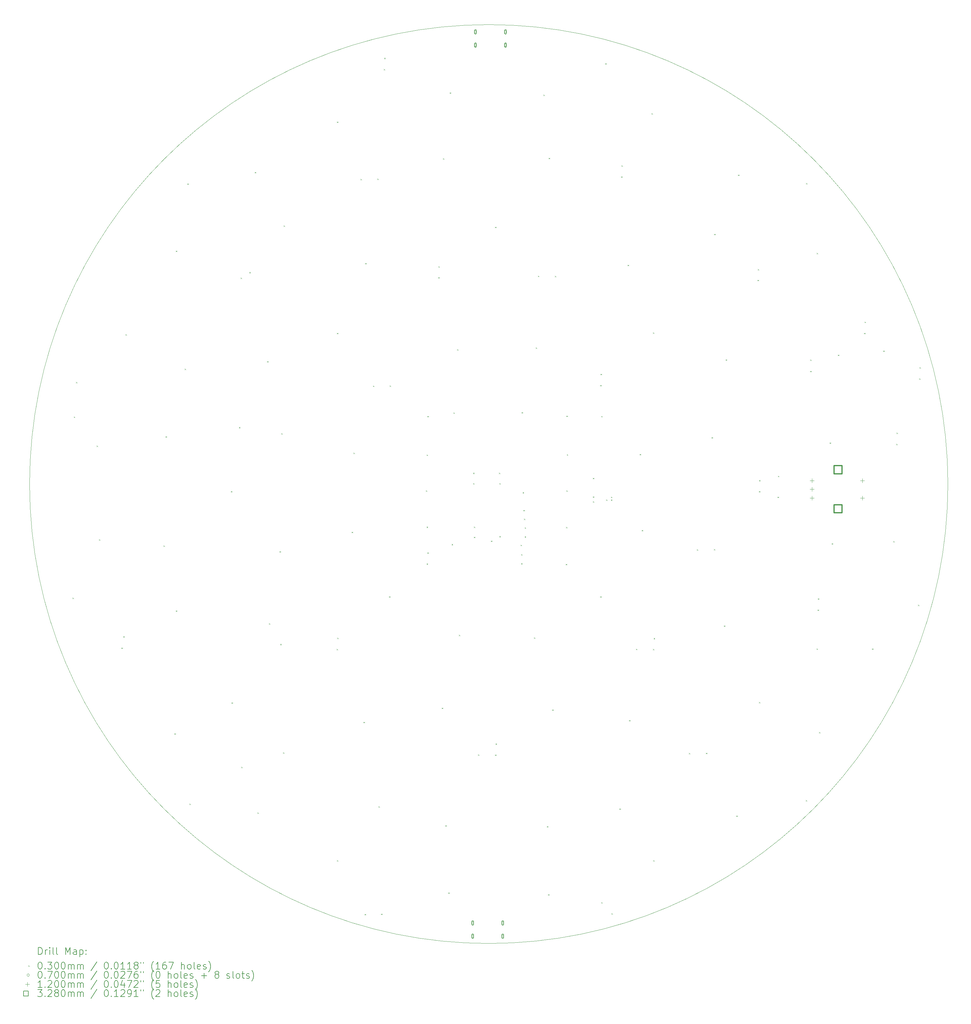
<source format=gbr>
%FSLAX45Y45*%
G04 Gerber Fmt 4.5, Leading zero omitted, Abs format (unit mm)*
G04 Created by KiCad (PCBNEW (6.0.4)) date 2022-09-10 17:39:35*
%MOMM*%
%LPD*%
G01*
G04 APERTURE LIST*
%TA.AperFunction,Profile*%
%ADD10C,0.100000*%
%TD*%
%ADD11C,0.200000*%
%ADD12C,0.030000*%
%ADD13C,0.070000*%
%ADD14C,0.120000*%
%ADD15C,0.328000*%
G04 APERTURE END LIST*
D10*
X25990000Y-12640000D02*
G75*
G03*
X25990000Y-12640000I-13200000J0D01*
G01*
D11*
D12*
X821900Y-15905700D02*
X851900Y-15935700D01*
X851900Y-15905700D02*
X821900Y-15935700D01*
X860870Y-10703570D02*
X890870Y-10733570D01*
X890870Y-10703570D02*
X860870Y-10733570D01*
X923500Y-9708100D02*
X953500Y-9738100D01*
X953500Y-9708100D02*
X923500Y-9738100D01*
X1520400Y-11536900D02*
X1550400Y-11566900D01*
X1550400Y-11536900D02*
X1520400Y-11566900D01*
X1583900Y-14229300D02*
X1613900Y-14259300D01*
X1613900Y-14229300D02*
X1583900Y-14259300D01*
X2231600Y-17340800D02*
X2261600Y-17370800D01*
X2261600Y-17340800D02*
X2231600Y-17370800D01*
X2285000Y-17015000D02*
X2315000Y-17045000D01*
X2315000Y-17015000D02*
X2285000Y-17045000D01*
X2345900Y-8336500D02*
X2375900Y-8366500D01*
X2375900Y-8336500D02*
X2345900Y-8366500D01*
X3438100Y-14407100D02*
X3468100Y-14437100D01*
X3468100Y-14407100D02*
X3438100Y-14437100D01*
X3501600Y-11270200D02*
X3531600Y-11300200D01*
X3531600Y-11270200D02*
X3501600Y-11300200D01*
X3755600Y-19804600D02*
X3785600Y-19834600D01*
X3785600Y-19804600D02*
X3755600Y-19834600D01*
X3793700Y-5936200D02*
X3823700Y-5966200D01*
X3823700Y-5936200D02*
X3793700Y-5966200D01*
X3793700Y-16274000D02*
X3823700Y-16304000D01*
X3823700Y-16274000D02*
X3793700Y-16304000D01*
X4047700Y-9327100D02*
X4077700Y-9357100D01*
X4077700Y-9327100D02*
X4047700Y-9357100D01*
X4123900Y-4005800D02*
X4153900Y-4035800D01*
X4153900Y-4005800D02*
X4123900Y-4035800D01*
X4187400Y-21823900D02*
X4217400Y-21853900D01*
X4217400Y-21823900D02*
X4187400Y-21853900D01*
X5381200Y-12845000D02*
X5411200Y-12875000D01*
X5411200Y-12845000D02*
X5381200Y-12875000D01*
X5393900Y-18915600D02*
X5423900Y-18945600D01*
X5423900Y-18915600D02*
X5393900Y-18945600D01*
X5610630Y-11000430D02*
X5640630Y-11030430D01*
X5640630Y-11000430D02*
X5610630Y-11030430D01*
X5660600Y-6710900D02*
X5690600Y-6740900D01*
X5690600Y-6710900D02*
X5660600Y-6740900D01*
X5675000Y-20765000D02*
X5705000Y-20795000D01*
X5705000Y-20765000D02*
X5675000Y-20795000D01*
X5907490Y-6547530D02*
X5937490Y-6577530D01*
X5937490Y-6547530D02*
X5907490Y-6577530D01*
X6067000Y-3675600D02*
X6097000Y-3705600D01*
X6097000Y-3675600D02*
X6067000Y-3705600D01*
X6143200Y-22077900D02*
X6173200Y-22107900D01*
X6173200Y-22077900D02*
X6143200Y-22107900D01*
X6422600Y-9111200D02*
X6452600Y-9141200D01*
X6452600Y-9111200D02*
X6422600Y-9141200D01*
X6473400Y-16642300D02*
X6503400Y-16672300D01*
X6503400Y-16642300D02*
X6473400Y-16672300D01*
X6778200Y-14572200D02*
X6808200Y-14602200D01*
X6808200Y-14572200D02*
X6778200Y-14602200D01*
X6798070Y-17234490D02*
X6828070Y-17264490D01*
X6828070Y-17234490D02*
X6798070Y-17264490D01*
X6829000Y-11181300D02*
X6859000Y-11211300D01*
X6859000Y-11181300D02*
X6829000Y-11211300D01*
X6879800Y-20350700D02*
X6909800Y-20380700D01*
X6909800Y-20350700D02*
X6879800Y-20380700D01*
X6892500Y-5212300D02*
X6922500Y-5242300D01*
X6922500Y-5212300D02*
X6892500Y-5242300D01*
X8416500Y-17378900D02*
X8446500Y-17408900D01*
X8446500Y-17378900D02*
X8416500Y-17408900D01*
X8429200Y-2227800D02*
X8459200Y-2257800D01*
X8459200Y-2227800D02*
X8429200Y-2257800D01*
X8429200Y-8298400D02*
X8459200Y-8328400D01*
X8459200Y-8298400D02*
X8429200Y-8328400D01*
X8429200Y-23449500D02*
X8459200Y-23479500D01*
X8459200Y-23449500D02*
X8429200Y-23479500D01*
X8435000Y-17055000D02*
X8465000Y-17085000D01*
X8465000Y-17055000D02*
X8435000Y-17085000D01*
X8848300Y-14013400D02*
X8878300Y-14043400D01*
X8878300Y-14013400D02*
X8848300Y-14043400D01*
X8899100Y-11740100D02*
X8929100Y-11770100D01*
X8929100Y-11740100D02*
X8899100Y-11770100D01*
X9105000Y-3875000D02*
X9135000Y-3905000D01*
X9135000Y-3875000D02*
X9105000Y-3905000D01*
X9191200Y-19474400D02*
X9221200Y-19504400D01*
X9221200Y-19474400D02*
X9191200Y-19504400D01*
X9225000Y-24995000D02*
X9255000Y-25025000D01*
X9255000Y-24995000D02*
X9225000Y-25025000D01*
X9242000Y-6291800D02*
X9272000Y-6321800D01*
X9272000Y-6291800D02*
X9242000Y-6321800D01*
X9465000Y-9815000D02*
X9495000Y-9845000D01*
X9495000Y-9815000D02*
X9465000Y-9845000D01*
X9584900Y-3866100D02*
X9614900Y-3896100D01*
X9614900Y-3866100D02*
X9584900Y-3896100D01*
X9623000Y-21900100D02*
X9653000Y-21930100D01*
X9653000Y-21900100D02*
X9623000Y-21930100D01*
X9699200Y-24986200D02*
X9729200Y-25016200D01*
X9729200Y-24986200D02*
X9699200Y-25016200D01*
X9775400Y-716500D02*
X9805400Y-746500D01*
X9805400Y-716500D02*
X9775400Y-746500D01*
X9785000Y-395000D02*
X9815000Y-425000D01*
X9815000Y-395000D02*
X9785000Y-425000D01*
X9927800Y-15867600D02*
X9957800Y-15897600D01*
X9957800Y-15867600D02*
X9927800Y-15897600D01*
X9940500Y-9809700D02*
X9970500Y-9839700D01*
X9970500Y-9809700D02*
X9940500Y-9839700D01*
X10985000Y-12825000D02*
X11015000Y-12855000D01*
X11015000Y-12825000D02*
X10985000Y-12855000D01*
X11005000Y-11795000D02*
X11035000Y-11825000D01*
X11035000Y-11795000D02*
X11005000Y-11825000D01*
X11005000Y-13865000D02*
X11035000Y-13895000D01*
X11035000Y-13865000D02*
X11005000Y-13895000D01*
X11005000Y-14925000D02*
X11035000Y-14955000D01*
X11035000Y-14925000D02*
X11005000Y-14955000D01*
X11025000Y-10685000D02*
X11055000Y-10715000D01*
X11055000Y-10685000D02*
X11025000Y-10715000D01*
X11025000Y-14605000D02*
X11055000Y-14635000D01*
X11055000Y-14605000D02*
X11025000Y-14635000D01*
X11337500Y-6698200D02*
X11367500Y-6728200D01*
X11367500Y-6698200D02*
X11337500Y-6728200D01*
X11345000Y-6385000D02*
X11375000Y-6415000D01*
X11375000Y-6385000D02*
X11345000Y-6415000D01*
X11439100Y-19068000D02*
X11469100Y-19098000D01*
X11469100Y-19068000D02*
X11439100Y-19098000D01*
X11477200Y-3281900D02*
X11507200Y-3311900D01*
X11507200Y-3281900D02*
X11477200Y-3311900D01*
X11540700Y-22446200D02*
X11570700Y-22476200D01*
X11570700Y-22446200D02*
X11540700Y-22476200D01*
X11629600Y-24376600D02*
X11659600Y-24406600D01*
X11659600Y-24376600D02*
X11629600Y-24406600D01*
X11667700Y-1389600D02*
X11697700Y-1419600D01*
X11697700Y-1389600D02*
X11667700Y-1419600D01*
X11725000Y-14365000D02*
X11755000Y-14395000D01*
X11755000Y-14365000D02*
X11725000Y-14395000D01*
X11775000Y-10585000D02*
X11805000Y-10615000D01*
X11805000Y-10585000D02*
X11775000Y-10615000D01*
X11883600Y-8768300D02*
X11913600Y-8798300D01*
X11913600Y-8768300D02*
X11883600Y-8798300D01*
X11934400Y-16972500D02*
X11964400Y-17002500D01*
X11964400Y-16972500D02*
X11934400Y-17002500D01*
X12345000Y-12315000D02*
X12375000Y-12345000D01*
X12375000Y-12315000D02*
X12345000Y-12345000D01*
X12345000Y-12615000D02*
X12375000Y-12645000D01*
X12375000Y-12615000D02*
X12345000Y-12645000D01*
X12365000Y-13865000D02*
X12395000Y-13895000D01*
X12395000Y-13865000D02*
X12365000Y-13895000D01*
X12365000Y-14155000D02*
X12395000Y-14185000D01*
X12395000Y-14155000D02*
X12365000Y-14185000D01*
X12485000Y-20407860D02*
X12515000Y-20437860D01*
X12515000Y-20407860D02*
X12485000Y-20437860D01*
X12855000Y-14265000D02*
X12885000Y-14295000D01*
X12885000Y-14265000D02*
X12855000Y-14295000D01*
X12975800Y-5250400D02*
X13005800Y-5280400D01*
X13005800Y-5250400D02*
X12975800Y-5280400D01*
X12975800Y-20414200D02*
X13005800Y-20444200D01*
X13005800Y-20414200D02*
X12975800Y-20444200D01*
X12985000Y-20095000D02*
X13015000Y-20125000D01*
X13015000Y-20095000D02*
X12985000Y-20125000D01*
X13085000Y-12315000D02*
X13115000Y-12345000D01*
X13115000Y-12315000D02*
X13085000Y-12345000D01*
X13095000Y-12615000D02*
X13125000Y-12645000D01*
X13125000Y-12615000D02*
X13095000Y-12645000D01*
X13095000Y-14135000D02*
X13125000Y-14165000D01*
X13125000Y-14135000D02*
X13095000Y-14165000D01*
X13705000Y-14385000D02*
X13735000Y-14415000D01*
X13735000Y-14385000D02*
X13705000Y-14415000D01*
X13725000Y-14655000D02*
X13755000Y-14685000D01*
X13755000Y-14655000D02*
X13725000Y-14685000D01*
X13725000Y-14915000D02*
X13755000Y-14945000D01*
X13755000Y-14915000D02*
X13725000Y-14945000D01*
X13735000Y-10575000D02*
X13765000Y-10605000D01*
X13765000Y-10575000D02*
X13735000Y-10605000D01*
X13765000Y-12875000D02*
X13795000Y-12905000D01*
X13795000Y-12875000D02*
X13765000Y-12905000D01*
X13785000Y-13385000D02*
X13815000Y-13415000D01*
X13815000Y-13385000D02*
X13785000Y-13415000D01*
X13805000Y-13635000D02*
X13835000Y-13665000D01*
X13835000Y-13635000D02*
X13805000Y-13665000D01*
X13825000Y-13885000D02*
X13855000Y-13915000D01*
X13855000Y-13885000D02*
X13825000Y-13915000D01*
X13825000Y-14145000D02*
X13855000Y-14175000D01*
X13855000Y-14145000D02*
X13825000Y-14175000D01*
X14093400Y-17048700D02*
X14123400Y-17078700D01*
X14123400Y-17048700D02*
X14093400Y-17078700D01*
X14144200Y-8717500D02*
X14174200Y-8747500D01*
X14174200Y-8717500D02*
X14144200Y-8747500D01*
X14205000Y-6655000D02*
X14235000Y-6685000D01*
X14235000Y-6655000D02*
X14205000Y-6685000D01*
X14360100Y-1453100D02*
X14390100Y-1483100D01*
X14390100Y-1453100D02*
X14360100Y-1483100D01*
X14461700Y-22471600D02*
X14491700Y-22501600D01*
X14491700Y-22471600D02*
X14461700Y-22501600D01*
X14499800Y-24427400D02*
X14529800Y-24457400D01*
X14529800Y-24427400D02*
X14499800Y-24457400D01*
X14512500Y-3269200D02*
X14542500Y-3299200D01*
X14542500Y-3269200D02*
X14512500Y-3299200D01*
X14614100Y-19118800D02*
X14644100Y-19148800D01*
X14644100Y-19118800D02*
X14614100Y-19148800D01*
X14690300Y-6660100D02*
X14720300Y-6690100D01*
X14720300Y-6660100D02*
X14690300Y-6690100D01*
X15005000Y-14935000D02*
X15035000Y-14965000D01*
X15035000Y-14935000D02*
X15005000Y-14965000D01*
X15015000Y-13875000D02*
X15045000Y-13905000D01*
X15045000Y-13875000D02*
X15015000Y-13905000D01*
X15025000Y-10675000D02*
X15055000Y-10705000D01*
X15055000Y-10675000D02*
X15025000Y-10705000D01*
X15025000Y-12825000D02*
X15055000Y-12855000D01*
X15055000Y-12825000D02*
X15025000Y-12855000D01*
X15035000Y-11785000D02*
X15065000Y-11815000D01*
X15065000Y-11785000D02*
X15035000Y-11815000D01*
X15785000Y-12465000D02*
X15815000Y-12495000D01*
X15815000Y-12465000D02*
X15785000Y-12495000D01*
X15785000Y-12995000D02*
X15815000Y-13025000D01*
X15815000Y-12995000D02*
X15785000Y-13025000D01*
X15785000Y-13135000D02*
X15815000Y-13165000D01*
X15815000Y-13135000D02*
X15785000Y-13165000D01*
X15998400Y-9797000D02*
X16028400Y-9827000D01*
X16028400Y-9797000D02*
X15998400Y-9827000D01*
X15998400Y-15867600D02*
X16028400Y-15897600D01*
X16028400Y-15867600D02*
X15998400Y-15897600D01*
X16005000Y-9475000D02*
X16035000Y-9505000D01*
X16035000Y-9475000D02*
X16005000Y-9505000D01*
X16025000Y-10685000D02*
X16055000Y-10715000D01*
X16055000Y-10685000D02*
X16025000Y-10715000D01*
X16027530Y-24655990D02*
X16057530Y-24685990D01*
X16057530Y-24655990D02*
X16027530Y-24685990D01*
X16138100Y-551400D02*
X16168100Y-581400D01*
X16168100Y-551400D02*
X16138100Y-581400D01*
X16165000Y-13085000D02*
X16195000Y-13115000D01*
X16195000Y-13085000D02*
X16165000Y-13115000D01*
X16305000Y-13005000D02*
X16335000Y-13035000D01*
X16335000Y-13005000D02*
X16305000Y-13035000D01*
X16305000Y-13085000D02*
X16335000Y-13115000D01*
X16335000Y-13085000D02*
X16305000Y-13115000D01*
X16315900Y-24973500D02*
X16345900Y-25003500D01*
X16345900Y-24973500D02*
X16315900Y-25003500D01*
X16544500Y-21963600D02*
X16574500Y-21993600D01*
X16574500Y-21963600D02*
X16544500Y-21993600D01*
X16595300Y-3802600D02*
X16625300Y-3832600D01*
X16625300Y-3802600D02*
X16595300Y-3832600D01*
X16605000Y-3485000D02*
X16635000Y-3515000D01*
X16635000Y-3485000D02*
X16605000Y-3515000D01*
X16785800Y-6342600D02*
X16815800Y-6372600D01*
X16815800Y-6342600D02*
X16785800Y-6372600D01*
X16823900Y-19423600D02*
X16853900Y-19453600D01*
X16853900Y-19423600D02*
X16823900Y-19453600D01*
X17025000Y-17375000D02*
X17055000Y-17405000D01*
X17055000Y-17375000D02*
X17025000Y-17405000D01*
X17128700Y-11778200D02*
X17158700Y-11808200D01*
X17158700Y-11778200D02*
X17128700Y-11808200D01*
X17192200Y-13962600D02*
X17222200Y-13992600D01*
X17222200Y-13962600D02*
X17192200Y-13992600D01*
X17471600Y-1986500D02*
X17501600Y-2016500D01*
X17501600Y-1986500D02*
X17471600Y-2016500D01*
X17509700Y-8285700D02*
X17539700Y-8315700D01*
X17539700Y-8285700D02*
X17509700Y-8315700D01*
X17509700Y-17378900D02*
X17539700Y-17408900D01*
X17539700Y-17378900D02*
X17509700Y-17408900D01*
X17522400Y-23449500D02*
X17552400Y-23479500D01*
X17552400Y-23449500D02*
X17522400Y-23479500D01*
X17535000Y-17065000D02*
X17565000Y-17095000D01*
X17565000Y-17065000D02*
X17535000Y-17095000D01*
X18545000Y-20365000D02*
X18575000Y-20395000D01*
X18575000Y-20365000D02*
X18545000Y-20395000D01*
X18775000Y-14515000D02*
X18805000Y-14545000D01*
X18805000Y-14515000D02*
X18775000Y-14545000D01*
X19033700Y-20363400D02*
X19063700Y-20393400D01*
X19063700Y-20363400D02*
X19033700Y-20393400D01*
X19198800Y-11295600D02*
X19228800Y-11325600D01*
X19228800Y-11295600D02*
X19198800Y-11325600D01*
X19262300Y-14508700D02*
X19292300Y-14538700D01*
X19292300Y-14508700D02*
X19262300Y-14538700D01*
X19275000Y-5453600D02*
X19305000Y-5483600D01*
X19305000Y-5453600D02*
X19275000Y-5483600D01*
X19554400Y-16705800D02*
X19584400Y-16735800D01*
X19584400Y-16705800D02*
X19554400Y-16735800D01*
X19605200Y-9060400D02*
X19635200Y-9090400D01*
X19635200Y-9060400D02*
X19605200Y-9090400D01*
X19910000Y-22166800D02*
X19940000Y-22196800D01*
X19940000Y-22166800D02*
X19910000Y-22196800D01*
X19960800Y-3751800D02*
X19990800Y-3781800D01*
X19990800Y-3751800D02*
X19960800Y-3781800D01*
X20519600Y-6774400D02*
X20549600Y-6804400D01*
X20549600Y-6774400D02*
X20519600Y-6804400D01*
X20525000Y-6465000D02*
X20555000Y-6495000D01*
X20555000Y-6465000D02*
X20525000Y-6495000D01*
X20557700Y-12845000D02*
X20587700Y-12875000D01*
X20587700Y-12845000D02*
X20557700Y-12875000D01*
X20557700Y-18902900D02*
X20587700Y-18932900D01*
X20587700Y-18902900D02*
X20557700Y-18932900D01*
X20565000Y-12525000D02*
X20595000Y-12555000D01*
X20595000Y-12525000D02*
X20565000Y-12555000D01*
X21095000Y-13005000D02*
X21125000Y-13035000D01*
X21125000Y-13005000D02*
X21095000Y-13035000D01*
X21105000Y-12405000D02*
X21135000Y-12435000D01*
X21135000Y-12405000D02*
X21105000Y-12435000D01*
X21903900Y-21722300D02*
X21933900Y-21752300D01*
X21933900Y-21722300D02*
X21903900Y-21752300D01*
X21916600Y-3993100D02*
X21946600Y-4023100D01*
X21946600Y-3993100D02*
X21916600Y-4023100D01*
X22030900Y-9390600D02*
X22060900Y-9420600D01*
X22060900Y-9390600D02*
X22030900Y-9420600D01*
X22035000Y-9065000D02*
X22065000Y-9095000D01*
X22065000Y-9065000D02*
X22035000Y-9095000D01*
X22215000Y-17365000D02*
X22245000Y-17395000D01*
X22245000Y-17365000D02*
X22215000Y-17395000D01*
X22221400Y-5999700D02*
X22251400Y-6029700D01*
X22251400Y-5999700D02*
X22221400Y-6029700D01*
X22246800Y-16248600D02*
X22276800Y-16278600D01*
X22276800Y-16248600D02*
X22246800Y-16278600D01*
X22255000Y-15925000D02*
X22285000Y-15955000D01*
X22285000Y-15925000D02*
X22255000Y-15955000D01*
X22284900Y-19766500D02*
X22314900Y-19796500D01*
X22314900Y-19766500D02*
X22284900Y-19796500D01*
X22589700Y-11448000D02*
X22619700Y-11478000D01*
X22619700Y-11448000D02*
X22589700Y-11478000D01*
X22653200Y-14343600D02*
X22683200Y-14373600D01*
X22683200Y-14343600D02*
X22653200Y-14373600D01*
X22828510Y-8922410D02*
X22858510Y-8952410D01*
X22858510Y-8922410D02*
X22828510Y-8952410D01*
X23580300Y-8298400D02*
X23610300Y-8328400D01*
X23610300Y-8298400D02*
X23580300Y-8328400D01*
X23595000Y-7975000D02*
X23625000Y-8005000D01*
X23625000Y-7975000D02*
X23595000Y-8005000D01*
X23808900Y-17366200D02*
X23838900Y-17396200D01*
X23838900Y-17366200D02*
X23808900Y-17396200D01*
X24135000Y-8805000D02*
X24165000Y-8835000D01*
X24165000Y-8805000D02*
X24135000Y-8835000D01*
X24418500Y-14280100D02*
X24448500Y-14310100D01*
X24448500Y-14280100D02*
X24418500Y-14310100D01*
X24507400Y-11486100D02*
X24537400Y-11516100D01*
X24537400Y-11486100D02*
X24507400Y-11516100D01*
X24515000Y-11165000D02*
X24545000Y-11195000D01*
X24545000Y-11165000D02*
X24515000Y-11195000D01*
X25129700Y-16108900D02*
X25159700Y-16138900D01*
X25159700Y-16108900D02*
X25129700Y-16138900D01*
X25167800Y-9606500D02*
X25197800Y-9636500D01*
X25197800Y-9606500D02*
X25167800Y-9636500D01*
X25175000Y-9285000D02*
X25205000Y-9315000D01*
X25205000Y-9285000D02*
X25175000Y-9315000D01*
D13*
X12363000Y-25251200D02*
G75*
G03*
X12363000Y-25251200I-35000J0D01*
G01*
D11*
X12303000Y-25211200D02*
X12303000Y-25291200D01*
X12353000Y-25211200D02*
X12353000Y-25291200D01*
X12303000Y-25291200D02*
G75*
G03*
X12353000Y-25291200I25000J0D01*
G01*
X12353000Y-25211200D02*
G75*
G03*
X12303000Y-25211200I-25000J0D01*
G01*
D13*
X12363000Y-25631200D02*
G75*
G03*
X12363000Y-25631200I-35000J0D01*
G01*
D11*
X12303000Y-25591200D02*
X12303000Y-25671200D01*
X12353000Y-25591200D02*
X12353000Y-25671200D01*
X12303000Y-25671200D02*
G75*
G03*
X12353000Y-25671200I25000J0D01*
G01*
X12353000Y-25591200D02*
G75*
G03*
X12303000Y-25591200I-25000J0D01*
G01*
D13*
X12443000Y351200D02*
G75*
G03*
X12443000Y351200I-35000J0D01*
G01*
D11*
X12433000Y311200D02*
X12433000Y391200D01*
X12383000Y311200D02*
X12383000Y391200D01*
X12433000Y391200D02*
G75*
G03*
X12383000Y391200I-25000J0D01*
G01*
X12383000Y311200D02*
G75*
G03*
X12433000Y311200I25000J0D01*
G01*
D13*
X12443000Y-28800D02*
G75*
G03*
X12443000Y-28800I-35000J0D01*
G01*
D11*
X12433000Y-68800D02*
X12433000Y11200D01*
X12383000Y-68800D02*
X12383000Y11200D01*
X12433000Y11200D02*
G75*
G03*
X12383000Y11200I-25000J0D01*
G01*
X12383000Y-68800D02*
G75*
G03*
X12433000Y-68800I25000J0D01*
G01*
D13*
X13227000Y-25251200D02*
G75*
G03*
X13227000Y-25251200I-35000J0D01*
G01*
D11*
X13167000Y-25211200D02*
X13167000Y-25291200D01*
X13217000Y-25211200D02*
X13217000Y-25291200D01*
X13167000Y-25291200D02*
G75*
G03*
X13217000Y-25291200I25000J0D01*
G01*
X13217000Y-25211200D02*
G75*
G03*
X13167000Y-25211200I-25000J0D01*
G01*
D13*
X13227000Y-25631200D02*
G75*
G03*
X13227000Y-25631200I-35000J0D01*
G01*
D11*
X13167000Y-25591200D02*
X13167000Y-25671200D01*
X13217000Y-25591200D02*
X13217000Y-25671200D01*
X13167000Y-25671200D02*
G75*
G03*
X13217000Y-25671200I25000J0D01*
G01*
X13217000Y-25591200D02*
G75*
G03*
X13167000Y-25591200I-25000J0D01*
G01*
D13*
X13307000Y351200D02*
G75*
G03*
X13307000Y351200I-35000J0D01*
G01*
D11*
X13297000Y311200D02*
X13297000Y391200D01*
X13247000Y311200D02*
X13247000Y391200D01*
X13297000Y391200D02*
G75*
G03*
X13247000Y391200I-25000J0D01*
G01*
X13247000Y311200D02*
G75*
G03*
X13297000Y311200I25000J0D01*
G01*
D13*
X13307000Y-28800D02*
G75*
G03*
X13307000Y-28800I-35000J0D01*
G01*
D11*
X13297000Y-68800D02*
X13297000Y11200D01*
X13247000Y-68800D02*
X13247000Y11200D01*
X13297000Y11200D02*
G75*
G03*
X13247000Y11200I-25000J0D01*
G01*
X13247000Y-68800D02*
G75*
G03*
X13297000Y-68800I25000J0D01*
G01*
D14*
X22080000Y-12480000D02*
X22080000Y-12600000D01*
X22020000Y-12540000D02*
X22140000Y-12540000D01*
X22080000Y-12730000D02*
X22080000Y-12850000D01*
X22020000Y-12790000D02*
X22140000Y-12790000D01*
X22080000Y-12980000D02*
X22080000Y-13100000D01*
X22020000Y-13040000D02*
X22140000Y-13040000D01*
X23530000Y-12480000D02*
X23530000Y-12600000D01*
X23470000Y-12540000D02*
X23590000Y-12540000D01*
X23530000Y-12980000D02*
X23530000Y-13100000D01*
X23470000Y-13040000D02*
X23590000Y-13040000D01*
D15*
X22945967Y-12345967D02*
X22945967Y-12114033D01*
X22714033Y-12114033D01*
X22714033Y-12345967D01*
X22945967Y-12345967D01*
X22945967Y-13465967D02*
X22945967Y-13234033D01*
X22714033Y-13234033D01*
X22714033Y-13465967D01*
X22945967Y-13465967D01*
D11*
X-157381Y-26155476D02*
X-157381Y-25955476D01*
X-109762Y-25955476D01*
X-81190Y-25965000D01*
X-62143Y-25984048D01*
X-52619Y-26003095D01*
X-43095Y-26041190D01*
X-43095Y-26069762D01*
X-52619Y-26107857D01*
X-62143Y-26126905D01*
X-81190Y-26145952D01*
X-109762Y-26155476D01*
X-157381Y-26155476D01*
X42619Y-26155476D02*
X42619Y-26022143D01*
X42619Y-26060238D02*
X52143Y-26041190D01*
X61667Y-26031667D01*
X80714Y-26022143D01*
X99762Y-26022143D01*
X166429Y-26155476D02*
X166429Y-26022143D01*
X166429Y-25955476D02*
X156905Y-25965000D01*
X166429Y-25974524D01*
X175952Y-25965000D01*
X166429Y-25955476D01*
X166429Y-25974524D01*
X290238Y-26155476D02*
X271190Y-26145952D01*
X261667Y-26126905D01*
X261667Y-25955476D01*
X395000Y-26155476D02*
X375952Y-26145952D01*
X366428Y-26126905D01*
X366428Y-25955476D01*
X623571Y-26155476D02*
X623571Y-25955476D01*
X690238Y-26098333D01*
X756905Y-25955476D01*
X756905Y-26155476D01*
X937857Y-26155476D02*
X937857Y-26050714D01*
X928333Y-26031667D01*
X909286Y-26022143D01*
X871190Y-26022143D01*
X852143Y-26031667D01*
X937857Y-26145952D02*
X918809Y-26155476D01*
X871190Y-26155476D01*
X852143Y-26145952D01*
X842619Y-26126905D01*
X842619Y-26107857D01*
X852143Y-26088809D01*
X871190Y-26079286D01*
X918809Y-26079286D01*
X937857Y-26069762D01*
X1033095Y-26022143D02*
X1033095Y-26222143D01*
X1033095Y-26031667D02*
X1052143Y-26022143D01*
X1090238Y-26022143D01*
X1109286Y-26031667D01*
X1118810Y-26041190D01*
X1128333Y-26060238D01*
X1128333Y-26117381D01*
X1118810Y-26136428D01*
X1109286Y-26145952D01*
X1090238Y-26155476D01*
X1052143Y-26155476D01*
X1033095Y-26145952D01*
X1214048Y-26136428D02*
X1223571Y-26145952D01*
X1214048Y-26155476D01*
X1204524Y-26145952D01*
X1214048Y-26136428D01*
X1214048Y-26155476D01*
X1214048Y-26031667D02*
X1223571Y-26041190D01*
X1214048Y-26050714D01*
X1204524Y-26041190D01*
X1214048Y-26031667D01*
X1214048Y-26050714D01*
D12*
X-445000Y-26470000D02*
X-415000Y-26500000D01*
X-415000Y-26470000D02*
X-445000Y-26500000D01*
D11*
X-119286Y-26375476D02*
X-100238Y-26375476D01*
X-81190Y-26385000D01*
X-71667Y-26394524D01*
X-62143Y-26413571D01*
X-52619Y-26451667D01*
X-52619Y-26499286D01*
X-62143Y-26537381D01*
X-71667Y-26556428D01*
X-81190Y-26565952D01*
X-100238Y-26575476D01*
X-119286Y-26575476D01*
X-138333Y-26565952D01*
X-147857Y-26556428D01*
X-157381Y-26537381D01*
X-166905Y-26499286D01*
X-166905Y-26451667D01*
X-157381Y-26413571D01*
X-147857Y-26394524D01*
X-138333Y-26385000D01*
X-119286Y-26375476D01*
X33095Y-26556428D02*
X42619Y-26565952D01*
X33095Y-26575476D01*
X23571Y-26565952D01*
X33095Y-26556428D01*
X33095Y-26575476D01*
X109286Y-26375476D02*
X233095Y-26375476D01*
X166429Y-26451667D01*
X195000Y-26451667D01*
X214048Y-26461190D01*
X223571Y-26470714D01*
X233095Y-26489762D01*
X233095Y-26537381D01*
X223571Y-26556428D01*
X214048Y-26565952D01*
X195000Y-26575476D01*
X137857Y-26575476D01*
X118809Y-26565952D01*
X109286Y-26556428D01*
X356905Y-26375476D02*
X375952Y-26375476D01*
X395000Y-26385000D01*
X404524Y-26394524D01*
X414048Y-26413571D01*
X423571Y-26451667D01*
X423571Y-26499286D01*
X414048Y-26537381D01*
X404524Y-26556428D01*
X395000Y-26565952D01*
X375952Y-26575476D01*
X356905Y-26575476D01*
X337857Y-26565952D01*
X328333Y-26556428D01*
X318810Y-26537381D01*
X309286Y-26499286D01*
X309286Y-26451667D01*
X318810Y-26413571D01*
X328333Y-26394524D01*
X337857Y-26385000D01*
X356905Y-26375476D01*
X547381Y-26375476D02*
X566429Y-26375476D01*
X585476Y-26385000D01*
X595000Y-26394524D01*
X604524Y-26413571D01*
X614048Y-26451667D01*
X614048Y-26499286D01*
X604524Y-26537381D01*
X595000Y-26556428D01*
X585476Y-26565952D01*
X566429Y-26575476D01*
X547381Y-26575476D01*
X528333Y-26565952D01*
X518809Y-26556428D01*
X509286Y-26537381D01*
X499762Y-26499286D01*
X499762Y-26451667D01*
X509286Y-26413571D01*
X518809Y-26394524D01*
X528333Y-26385000D01*
X547381Y-26375476D01*
X699762Y-26575476D02*
X699762Y-26442143D01*
X699762Y-26461190D02*
X709286Y-26451667D01*
X728333Y-26442143D01*
X756905Y-26442143D01*
X775952Y-26451667D01*
X785476Y-26470714D01*
X785476Y-26575476D01*
X785476Y-26470714D02*
X795000Y-26451667D01*
X814048Y-26442143D01*
X842619Y-26442143D01*
X861667Y-26451667D01*
X871190Y-26470714D01*
X871190Y-26575476D01*
X966428Y-26575476D02*
X966428Y-26442143D01*
X966428Y-26461190D02*
X975952Y-26451667D01*
X995000Y-26442143D01*
X1023571Y-26442143D01*
X1042619Y-26451667D01*
X1052143Y-26470714D01*
X1052143Y-26575476D01*
X1052143Y-26470714D02*
X1061667Y-26451667D01*
X1080714Y-26442143D01*
X1109286Y-26442143D01*
X1128333Y-26451667D01*
X1137857Y-26470714D01*
X1137857Y-26575476D01*
X1528333Y-26365952D02*
X1356905Y-26623095D01*
X1785476Y-26375476D02*
X1804524Y-26375476D01*
X1823571Y-26385000D01*
X1833095Y-26394524D01*
X1842619Y-26413571D01*
X1852143Y-26451667D01*
X1852143Y-26499286D01*
X1842619Y-26537381D01*
X1833095Y-26556428D01*
X1823571Y-26565952D01*
X1804524Y-26575476D01*
X1785476Y-26575476D01*
X1766428Y-26565952D01*
X1756905Y-26556428D01*
X1747381Y-26537381D01*
X1737857Y-26499286D01*
X1737857Y-26451667D01*
X1747381Y-26413571D01*
X1756905Y-26394524D01*
X1766428Y-26385000D01*
X1785476Y-26375476D01*
X1937857Y-26556428D02*
X1947381Y-26565952D01*
X1937857Y-26575476D01*
X1928333Y-26565952D01*
X1937857Y-26556428D01*
X1937857Y-26575476D01*
X2071190Y-26375476D02*
X2090238Y-26375476D01*
X2109286Y-26385000D01*
X2118810Y-26394524D01*
X2128333Y-26413571D01*
X2137857Y-26451667D01*
X2137857Y-26499286D01*
X2128333Y-26537381D01*
X2118810Y-26556428D01*
X2109286Y-26565952D01*
X2090238Y-26575476D01*
X2071190Y-26575476D01*
X2052143Y-26565952D01*
X2042619Y-26556428D01*
X2033095Y-26537381D01*
X2023571Y-26499286D01*
X2023571Y-26451667D01*
X2033095Y-26413571D01*
X2042619Y-26394524D01*
X2052143Y-26385000D01*
X2071190Y-26375476D01*
X2328333Y-26575476D02*
X2214048Y-26575476D01*
X2271190Y-26575476D02*
X2271190Y-26375476D01*
X2252143Y-26404048D01*
X2233095Y-26423095D01*
X2214048Y-26432619D01*
X2518810Y-26575476D02*
X2404524Y-26575476D01*
X2461667Y-26575476D02*
X2461667Y-26375476D01*
X2442619Y-26404048D01*
X2423571Y-26423095D01*
X2404524Y-26432619D01*
X2633095Y-26461190D02*
X2614048Y-26451667D01*
X2604524Y-26442143D01*
X2595000Y-26423095D01*
X2595000Y-26413571D01*
X2604524Y-26394524D01*
X2614048Y-26385000D01*
X2633095Y-26375476D01*
X2671190Y-26375476D01*
X2690238Y-26385000D01*
X2699762Y-26394524D01*
X2709286Y-26413571D01*
X2709286Y-26423095D01*
X2699762Y-26442143D01*
X2690238Y-26451667D01*
X2671190Y-26461190D01*
X2633095Y-26461190D01*
X2614048Y-26470714D01*
X2604524Y-26480238D01*
X2595000Y-26499286D01*
X2595000Y-26537381D01*
X2604524Y-26556428D01*
X2614048Y-26565952D01*
X2633095Y-26575476D01*
X2671190Y-26575476D01*
X2690238Y-26565952D01*
X2699762Y-26556428D01*
X2709286Y-26537381D01*
X2709286Y-26499286D01*
X2699762Y-26480238D01*
X2690238Y-26470714D01*
X2671190Y-26461190D01*
X2785476Y-26375476D02*
X2785476Y-26413571D01*
X2861667Y-26375476D02*
X2861667Y-26413571D01*
X3156905Y-26651667D02*
X3147381Y-26642143D01*
X3128333Y-26613571D01*
X3118809Y-26594524D01*
X3109286Y-26565952D01*
X3099762Y-26518333D01*
X3099762Y-26480238D01*
X3109286Y-26432619D01*
X3118809Y-26404048D01*
X3128333Y-26385000D01*
X3147381Y-26356428D01*
X3156905Y-26346905D01*
X3337857Y-26575476D02*
X3223571Y-26575476D01*
X3280714Y-26575476D02*
X3280714Y-26375476D01*
X3261667Y-26404048D01*
X3242619Y-26423095D01*
X3223571Y-26432619D01*
X3509286Y-26375476D02*
X3471190Y-26375476D01*
X3452143Y-26385000D01*
X3442619Y-26394524D01*
X3423571Y-26423095D01*
X3414048Y-26461190D01*
X3414048Y-26537381D01*
X3423571Y-26556428D01*
X3433095Y-26565952D01*
X3452143Y-26575476D01*
X3490238Y-26575476D01*
X3509286Y-26565952D01*
X3518809Y-26556428D01*
X3528333Y-26537381D01*
X3528333Y-26489762D01*
X3518809Y-26470714D01*
X3509286Y-26461190D01*
X3490238Y-26451667D01*
X3452143Y-26451667D01*
X3433095Y-26461190D01*
X3423571Y-26470714D01*
X3414048Y-26489762D01*
X3595000Y-26375476D02*
X3728333Y-26375476D01*
X3642619Y-26575476D01*
X3956905Y-26575476D02*
X3956905Y-26375476D01*
X4042619Y-26575476D02*
X4042619Y-26470714D01*
X4033095Y-26451667D01*
X4014048Y-26442143D01*
X3985476Y-26442143D01*
X3966428Y-26451667D01*
X3956905Y-26461190D01*
X4166428Y-26575476D02*
X4147381Y-26565952D01*
X4137857Y-26556428D01*
X4128333Y-26537381D01*
X4128333Y-26480238D01*
X4137857Y-26461190D01*
X4147381Y-26451667D01*
X4166428Y-26442143D01*
X4195000Y-26442143D01*
X4214048Y-26451667D01*
X4223571Y-26461190D01*
X4233095Y-26480238D01*
X4233095Y-26537381D01*
X4223571Y-26556428D01*
X4214048Y-26565952D01*
X4195000Y-26575476D01*
X4166428Y-26575476D01*
X4347381Y-26575476D02*
X4328333Y-26565952D01*
X4318810Y-26546905D01*
X4318810Y-26375476D01*
X4499762Y-26565952D02*
X4480714Y-26575476D01*
X4442619Y-26575476D01*
X4423571Y-26565952D01*
X4414048Y-26546905D01*
X4414048Y-26470714D01*
X4423571Y-26451667D01*
X4442619Y-26442143D01*
X4480714Y-26442143D01*
X4499762Y-26451667D01*
X4509286Y-26470714D01*
X4509286Y-26489762D01*
X4414048Y-26508809D01*
X4585476Y-26565952D02*
X4604524Y-26575476D01*
X4642619Y-26575476D01*
X4661667Y-26565952D01*
X4671190Y-26546905D01*
X4671190Y-26537381D01*
X4661667Y-26518333D01*
X4642619Y-26508809D01*
X4614048Y-26508809D01*
X4595000Y-26499286D01*
X4585476Y-26480238D01*
X4585476Y-26470714D01*
X4595000Y-26451667D01*
X4614048Y-26442143D01*
X4642619Y-26442143D01*
X4661667Y-26451667D01*
X4737857Y-26651667D02*
X4747381Y-26642143D01*
X4766429Y-26613571D01*
X4775952Y-26594524D01*
X4785476Y-26565952D01*
X4795000Y-26518333D01*
X4795000Y-26480238D01*
X4785476Y-26432619D01*
X4775952Y-26404048D01*
X4766429Y-26385000D01*
X4747381Y-26356428D01*
X4737857Y-26346905D01*
D13*
X-415000Y-26749000D02*
G75*
G03*
X-415000Y-26749000I-35000J0D01*
G01*
D11*
X-119286Y-26639476D02*
X-100238Y-26639476D01*
X-81190Y-26649000D01*
X-71667Y-26658524D01*
X-62143Y-26677571D01*
X-52619Y-26715667D01*
X-52619Y-26763286D01*
X-62143Y-26801381D01*
X-71667Y-26820428D01*
X-81190Y-26829952D01*
X-100238Y-26839476D01*
X-119286Y-26839476D01*
X-138333Y-26829952D01*
X-147857Y-26820428D01*
X-157381Y-26801381D01*
X-166905Y-26763286D01*
X-166905Y-26715667D01*
X-157381Y-26677571D01*
X-147857Y-26658524D01*
X-138333Y-26649000D01*
X-119286Y-26639476D01*
X33095Y-26820428D02*
X42619Y-26829952D01*
X33095Y-26839476D01*
X23571Y-26829952D01*
X33095Y-26820428D01*
X33095Y-26839476D01*
X109286Y-26639476D02*
X242619Y-26639476D01*
X156905Y-26839476D01*
X356905Y-26639476D02*
X375952Y-26639476D01*
X395000Y-26649000D01*
X404524Y-26658524D01*
X414048Y-26677571D01*
X423571Y-26715667D01*
X423571Y-26763286D01*
X414048Y-26801381D01*
X404524Y-26820428D01*
X395000Y-26829952D01*
X375952Y-26839476D01*
X356905Y-26839476D01*
X337857Y-26829952D01*
X328333Y-26820428D01*
X318810Y-26801381D01*
X309286Y-26763286D01*
X309286Y-26715667D01*
X318810Y-26677571D01*
X328333Y-26658524D01*
X337857Y-26649000D01*
X356905Y-26639476D01*
X547381Y-26639476D02*
X566429Y-26639476D01*
X585476Y-26649000D01*
X595000Y-26658524D01*
X604524Y-26677571D01*
X614048Y-26715667D01*
X614048Y-26763286D01*
X604524Y-26801381D01*
X595000Y-26820428D01*
X585476Y-26829952D01*
X566429Y-26839476D01*
X547381Y-26839476D01*
X528333Y-26829952D01*
X518809Y-26820428D01*
X509286Y-26801381D01*
X499762Y-26763286D01*
X499762Y-26715667D01*
X509286Y-26677571D01*
X518809Y-26658524D01*
X528333Y-26649000D01*
X547381Y-26639476D01*
X699762Y-26839476D02*
X699762Y-26706143D01*
X699762Y-26725190D02*
X709286Y-26715667D01*
X728333Y-26706143D01*
X756905Y-26706143D01*
X775952Y-26715667D01*
X785476Y-26734714D01*
X785476Y-26839476D01*
X785476Y-26734714D02*
X795000Y-26715667D01*
X814048Y-26706143D01*
X842619Y-26706143D01*
X861667Y-26715667D01*
X871190Y-26734714D01*
X871190Y-26839476D01*
X966428Y-26839476D02*
X966428Y-26706143D01*
X966428Y-26725190D02*
X975952Y-26715667D01*
X995000Y-26706143D01*
X1023571Y-26706143D01*
X1042619Y-26715667D01*
X1052143Y-26734714D01*
X1052143Y-26839476D01*
X1052143Y-26734714D02*
X1061667Y-26715667D01*
X1080714Y-26706143D01*
X1109286Y-26706143D01*
X1128333Y-26715667D01*
X1137857Y-26734714D01*
X1137857Y-26839476D01*
X1528333Y-26629952D02*
X1356905Y-26887095D01*
X1785476Y-26639476D02*
X1804524Y-26639476D01*
X1823571Y-26649000D01*
X1833095Y-26658524D01*
X1842619Y-26677571D01*
X1852143Y-26715667D01*
X1852143Y-26763286D01*
X1842619Y-26801381D01*
X1833095Y-26820428D01*
X1823571Y-26829952D01*
X1804524Y-26839476D01*
X1785476Y-26839476D01*
X1766428Y-26829952D01*
X1756905Y-26820428D01*
X1747381Y-26801381D01*
X1737857Y-26763286D01*
X1737857Y-26715667D01*
X1747381Y-26677571D01*
X1756905Y-26658524D01*
X1766428Y-26649000D01*
X1785476Y-26639476D01*
X1937857Y-26820428D02*
X1947381Y-26829952D01*
X1937857Y-26839476D01*
X1928333Y-26829952D01*
X1937857Y-26820428D01*
X1937857Y-26839476D01*
X2071190Y-26639476D02*
X2090238Y-26639476D01*
X2109286Y-26649000D01*
X2118810Y-26658524D01*
X2128333Y-26677571D01*
X2137857Y-26715667D01*
X2137857Y-26763286D01*
X2128333Y-26801381D01*
X2118810Y-26820428D01*
X2109286Y-26829952D01*
X2090238Y-26839476D01*
X2071190Y-26839476D01*
X2052143Y-26829952D01*
X2042619Y-26820428D01*
X2033095Y-26801381D01*
X2023571Y-26763286D01*
X2023571Y-26715667D01*
X2033095Y-26677571D01*
X2042619Y-26658524D01*
X2052143Y-26649000D01*
X2071190Y-26639476D01*
X2214048Y-26658524D02*
X2223571Y-26649000D01*
X2242619Y-26639476D01*
X2290238Y-26639476D01*
X2309286Y-26649000D01*
X2318810Y-26658524D01*
X2328333Y-26677571D01*
X2328333Y-26696619D01*
X2318810Y-26725190D01*
X2204524Y-26839476D01*
X2328333Y-26839476D01*
X2395000Y-26639476D02*
X2528333Y-26639476D01*
X2442619Y-26839476D01*
X2690238Y-26639476D02*
X2652143Y-26639476D01*
X2633095Y-26649000D01*
X2623571Y-26658524D01*
X2604524Y-26687095D01*
X2595000Y-26725190D01*
X2595000Y-26801381D01*
X2604524Y-26820428D01*
X2614048Y-26829952D01*
X2633095Y-26839476D01*
X2671190Y-26839476D01*
X2690238Y-26829952D01*
X2699762Y-26820428D01*
X2709286Y-26801381D01*
X2709286Y-26753762D01*
X2699762Y-26734714D01*
X2690238Y-26725190D01*
X2671190Y-26715667D01*
X2633095Y-26715667D01*
X2614048Y-26725190D01*
X2604524Y-26734714D01*
X2595000Y-26753762D01*
X2785476Y-26639476D02*
X2785476Y-26677571D01*
X2861667Y-26639476D02*
X2861667Y-26677571D01*
X3156905Y-26915667D02*
X3147381Y-26906143D01*
X3128333Y-26877571D01*
X3118809Y-26858524D01*
X3109286Y-26829952D01*
X3099762Y-26782333D01*
X3099762Y-26744238D01*
X3109286Y-26696619D01*
X3118809Y-26668048D01*
X3128333Y-26649000D01*
X3147381Y-26620428D01*
X3156905Y-26610905D01*
X3271190Y-26639476D02*
X3290238Y-26639476D01*
X3309286Y-26649000D01*
X3318809Y-26658524D01*
X3328333Y-26677571D01*
X3337857Y-26715667D01*
X3337857Y-26763286D01*
X3328333Y-26801381D01*
X3318809Y-26820428D01*
X3309286Y-26829952D01*
X3290238Y-26839476D01*
X3271190Y-26839476D01*
X3252143Y-26829952D01*
X3242619Y-26820428D01*
X3233095Y-26801381D01*
X3223571Y-26763286D01*
X3223571Y-26715667D01*
X3233095Y-26677571D01*
X3242619Y-26658524D01*
X3252143Y-26649000D01*
X3271190Y-26639476D01*
X3575952Y-26839476D02*
X3575952Y-26639476D01*
X3661667Y-26839476D02*
X3661667Y-26734714D01*
X3652143Y-26715667D01*
X3633095Y-26706143D01*
X3604524Y-26706143D01*
X3585476Y-26715667D01*
X3575952Y-26725190D01*
X3785476Y-26839476D02*
X3766428Y-26829952D01*
X3756905Y-26820428D01*
X3747381Y-26801381D01*
X3747381Y-26744238D01*
X3756905Y-26725190D01*
X3766428Y-26715667D01*
X3785476Y-26706143D01*
X3814048Y-26706143D01*
X3833095Y-26715667D01*
X3842619Y-26725190D01*
X3852143Y-26744238D01*
X3852143Y-26801381D01*
X3842619Y-26820428D01*
X3833095Y-26829952D01*
X3814048Y-26839476D01*
X3785476Y-26839476D01*
X3966428Y-26839476D02*
X3947381Y-26829952D01*
X3937857Y-26810905D01*
X3937857Y-26639476D01*
X4118809Y-26829952D02*
X4099762Y-26839476D01*
X4061667Y-26839476D01*
X4042619Y-26829952D01*
X4033095Y-26810905D01*
X4033095Y-26734714D01*
X4042619Y-26715667D01*
X4061667Y-26706143D01*
X4099762Y-26706143D01*
X4118809Y-26715667D01*
X4128333Y-26734714D01*
X4128333Y-26753762D01*
X4033095Y-26772809D01*
X4204524Y-26829952D02*
X4223571Y-26839476D01*
X4261667Y-26839476D01*
X4280714Y-26829952D01*
X4290238Y-26810905D01*
X4290238Y-26801381D01*
X4280714Y-26782333D01*
X4261667Y-26772809D01*
X4233095Y-26772809D01*
X4214048Y-26763286D01*
X4204524Y-26744238D01*
X4204524Y-26734714D01*
X4214048Y-26715667D01*
X4233095Y-26706143D01*
X4261667Y-26706143D01*
X4280714Y-26715667D01*
X4528333Y-26763286D02*
X4680714Y-26763286D01*
X4604524Y-26839476D02*
X4604524Y-26687095D01*
X4956905Y-26725190D02*
X4937857Y-26715667D01*
X4928333Y-26706143D01*
X4918810Y-26687095D01*
X4918810Y-26677571D01*
X4928333Y-26658524D01*
X4937857Y-26649000D01*
X4956905Y-26639476D01*
X4995000Y-26639476D01*
X5014048Y-26649000D01*
X5023571Y-26658524D01*
X5033095Y-26677571D01*
X5033095Y-26687095D01*
X5023571Y-26706143D01*
X5014048Y-26715667D01*
X4995000Y-26725190D01*
X4956905Y-26725190D01*
X4937857Y-26734714D01*
X4928333Y-26744238D01*
X4918810Y-26763286D01*
X4918810Y-26801381D01*
X4928333Y-26820428D01*
X4937857Y-26829952D01*
X4956905Y-26839476D01*
X4995000Y-26839476D01*
X5014048Y-26829952D01*
X5023571Y-26820428D01*
X5033095Y-26801381D01*
X5033095Y-26763286D01*
X5023571Y-26744238D01*
X5014048Y-26734714D01*
X4995000Y-26725190D01*
X5261667Y-26829952D02*
X5280714Y-26839476D01*
X5318810Y-26839476D01*
X5337857Y-26829952D01*
X5347381Y-26810905D01*
X5347381Y-26801381D01*
X5337857Y-26782333D01*
X5318810Y-26772809D01*
X5290238Y-26772809D01*
X5271190Y-26763286D01*
X5261667Y-26744238D01*
X5261667Y-26734714D01*
X5271190Y-26715667D01*
X5290238Y-26706143D01*
X5318810Y-26706143D01*
X5337857Y-26715667D01*
X5461667Y-26839476D02*
X5442619Y-26829952D01*
X5433095Y-26810905D01*
X5433095Y-26639476D01*
X5566429Y-26839476D02*
X5547381Y-26829952D01*
X5537857Y-26820428D01*
X5528333Y-26801381D01*
X5528333Y-26744238D01*
X5537857Y-26725190D01*
X5547381Y-26715667D01*
X5566429Y-26706143D01*
X5595000Y-26706143D01*
X5614048Y-26715667D01*
X5623571Y-26725190D01*
X5633095Y-26744238D01*
X5633095Y-26801381D01*
X5623571Y-26820428D01*
X5614048Y-26829952D01*
X5595000Y-26839476D01*
X5566429Y-26839476D01*
X5690238Y-26706143D02*
X5766428Y-26706143D01*
X5718809Y-26639476D02*
X5718809Y-26810905D01*
X5728333Y-26829952D01*
X5747381Y-26839476D01*
X5766428Y-26839476D01*
X5823571Y-26829952D02*
X5842619Y-26839476D01*
X5880714Y-26839476D01*
X5899762Y-26829952D01*
X5909286Y-26810905D01*
X5909286Y-26801381D01*
X5899762Y-26782333D01*
X5880714Y-26772809D01*
X5852143Y-26772809D01*
X5833095Y-26763286D01*
X5823571Y-26744238D01*
X5823571Y-26734714D01*
X5833095Y-26715667D01*
X5852143Y-26706143D01*
X5880714Y-26706143D01*
X5899762Y-26715667D01*
X5975952Y-26915667D02*
X5985476Y-26906143D01*
X6004524Y-26877571D01*
X6014048Y-26858524D01*
X6023571Y-26829952D01*
X6033095Y-26782333D01*
X6033095Y-26744238D01*
X6023571Y-26696619D01*
X6014048Y-26668048D01*
X6004524Y-26649000D01*
X5985476Y-26620428D01*
X5975952Y-26610905D01*
D14*
X-475000Y-26953000D02*
X-475000Y-27073000D01*
X-535000Y-27013000D02*
X-415000Y-27013000D01*
D11*
X-52619Y-27103476D02*
X-166905Y-27103476D01*
X-109762Y-27103476D02*
X-109762Y-26903476D01*
X-128809Y-26932048D01*
X-147857Y-26951095D01*
X-166905Y-26960619D01*
X33095Y-27084428D02*
X42619Y-27093952D01*
X33095Y-27103476D01*
X23571Y-27093952D01*
X33095Y-27084428D01*
X33095Y-27103476D01*
X118809Y-26922524D02*
X128333Y-26913000D01*
X147381Y-26903476D01*
X195000Y-26903476D01*
X214048Y-26913000D01*
X223571Y-26922524D01*
X233095Y-26941571D01*
X233095Y-26960619D01*
X223571Y-26989190D01*
X109286Y-27103476D01*
X233095Y-27103476D01*
X356905Y-26903476D02*
X375952Y-26903476D01*
X395000Y-26913000D01*
X404524Y-26922524D01*
X414048Y-26941571D01*
X423571Y-26979667D01*
X423571Y-27027286D01*
X414048Y-27065381D01*
X404524Y-27084428D01*
X395000Y-27093952D01*
X375952Y-27103476D01*
X356905Y-27103476D01*
X337857Y-27093952D01*
X328333Y-27084428D01*
X318810Y-27065381D01*
X309286Y-27027286D01*
X309286Y-26979667D01*
X318810Y-26941571D01*
X328333Y-26922524D01*
X337857Y-26913000D01*
X356905Y-26903476D01*
X547381Y-26903476D02*
X566429Y-26903476D01*
X585476Y-26913000D01*
X595000Y-26922524D01*
X604524Y-26941571D01*
X614048Y-26979667D01*
X614048Y-27027286D01*
X604524Y-27065381D01*
X595000Y-27084428D01*
X585476Y-27093952D01*
X566429Y-27103476D01*
X547381Y-27103476D01*
X528333Y-27093952D01*
X518809Y-27084428D01*
X509286Y-27065381D01*
X499762Y-27027286D01*
X499762Y-26979667D01*
X509286Y-26941571D01*
X518809Y-26922524D01*
X528333Y-26913000D01*
X547381Y-26903476D01*
X699762Y-27103476D02*
X699762Y-26970143D01*
X699762Y-26989190D02*
X709286Y-26979667D01*
X728333Y-26970143D01*
X756905Y-26970143D01*
X775952Y-26979667D01*
X785476Y-26998714D01*
X785476Y-27103476D01*
X785476Y-26998714D02*
X795000Y-26979667D01*
X814048Y-26970143D01*
X842619Y-26970143D01*
X861667Y-26979667D01*
X871190Y-26998714D01*
X871190Y-27103476D01*
X966428Y-27103476D02*
X966428Y-26970143D01*
X966428Y-26989190D02*
X975952Y-26979667D01*
X995000Y-26970143D01*
X1023571Y-26970143D01*
X1042619Y-26979667D01*
X1052143Y-26998714D01*
X1052143Y-27103476D01*
X1052143Y-26998714D02*
X1061667Y-26979667D01*
X1080714Y-26970143D01*
X1109286Y-26970143D01*
X1128333Y-26979667D01*
X1137857Y-26998714D01*
X1137857Y-27103476D01*
X1528333Y-26893952D02*
X1356905Y-27151095D01*
X1785476Y-26903476D02*
X1804524Y-26903476D01*
X1823571Y-26913000D01*
X1833095Y-26922524D01*
X1842619Y-26941571D01*
X1852143Y-26979667D01*
X1852143Y-27027286D01*
X1842619Y-27065381D01*
X1833095Y-27084428D01*
X1823571Y-27093952D01*
X1804524Y-27103476D01*
X1785476Y-27103476D01*
X1766428Y-27093952D01*
X1756905Y-27084428D01*
X1747381Y-27065381D01*
X1737857Y-27027286D01*
X1737857Y-26979667D01*
X1747381Y-26941571D01*
X1756905Y-26922524D01*
X1766428Y-26913000D01*
X1785476Y-26903476D01*
X1937857Y-27084428D02*
X1947381Y-27093952D01*
X1937857Y-27103476D01*
X1928333Y-27093952D01*
X1937857Y-27084428D01*
X1937857Y-27103476D01*
X2071190Y-26903476D02*
X2090238Y-26903476D01*
X2109286Y-26913000D01*
X2118810Y-26922524D01*
X2128333Y-26941571D01*
X2137857Y-26979667D01*
X2137857Y-27027286D01*
X2128333Y-27065381D01*
X2118810Y-27084428D01*
X2109286Y-27093952D01*
X2090238Y-27103476D01*
X2071190Y-27103476D01*
X2052143Y-27093952D01*
X2042619Y-27084428D01*
X2033095Y-27065381D01*
X2023571Y-27027286D01*
X2023571Y-26979667D01*
X2033095Y-26941571D01*
X2042619Y-26922524D01*
X2052143Y-26913000D01*
X2071190Y-26903476D01*
X2309286Y-26970143D02*
X2309286Y-27103476D01*
X2261667Y-26893952D02*
X2214048Y-27036809D01*
X2337857Y-27036809D01*
X2395000Y-26903476D02*
X2528333Y-26903476D01*
X2442619Y-27103476D01*
X2595000Y-26922524D02*
X2604524Y-26913000D01*
X2623571Y-26903476D01*
X2671190Y-26903476D01*
X2690238Y-26913000D01*
X2699762Y-26922524D01*
X2709286Y-26941571D01*
X2709286Y-26960619D01*
X2699762Y-26989190D01*
X2585476Y-27103476D01*
X2709286Y-27103476D01*
X2785476Y-26903476D02*
X2785476Y-26941571D01*
X2861667Y-26903476D02*
X2861667Y-26941571D01*
X3156905Y-27179667D02*
X3147381Y-27170143D01*
X3128333Y-27141571D01*
X3118809Y-27122524D01*
X3109286Y-27093952D01*
X3099762Y-27046333D01*
X3099762Y-27008238D01*
X3109286Y-26960619D01*
X3118809Y-26932048D01*
X3128333Y-26913000D01*
X3147381Y-26884428D01*
X3156905Y-26874905D01*
X3328333Y-26903476D02*
X3233095Y-26903476D01*
X3223571Y-26998714D01*
X3233095Y-26989190D01*
X3252143Y-26979667D01*
X3299762Y-26979667D01*
X3318809Y-26989190D01*
X3328333Y-26998714D01*
X3337857Y-27017762D01*
X3337857Y-27065381D01*
X3328333Y-27084428D01*
X3318809Y-27093952D01*
X3299762Y-27103476D01*
X3252143Y-27103476D01*
X3233095Y-27093952D01*
X3223571Y-27084428D01*
X3575952Y-27103476D02*
X3575952Y-26903476D01*
X3661667Y-27103476D02*
X3661667Y-26998714D01*
X3652143Y-26979667D01*
X3633095Y-26970143D01*
X3604524Y-26970143D01*
X3585476Y-26979667D01*
X3575952Y-26989190D01*
X3785476Y-27103476D02*
X3766428Y-27093952D01*
X3756905Y-27084428D01*
X3747381Y-27065381D01*
X3747381Y-27008238D01*
X3756905Y-26989190D01*
X3766428Y-26979667D01*
X3785476Y-26970143D01*
X3814048Y-26970143D01*
X3833095Y-26979667D01*
X3842619Y-26989190D01*
X3852143Y-27008238D01*
X3852143Y-27065381D01*
X3842619Y-27084428D01*
X3833095Y-27093952D01*
X3814048Y-27103476D01*
X3785476Y-27103476D01*
X3966428Y-27103476D02*
X3947381Y-27093952D01*
X3937857Y-27074905D01*
X3937857Y-26903476D01*
X4118809Y-27093952D02*
X4099762Y-27103476D01*
X4061667Y-27103476D01*
X4042619Y-27093952D01*
X4033095Y-27074905D01*
X4033095Y-26998714D01*
X4042619Y-26979667D01*
X4061667Y-26970143D01*
X4099762Y-26970143D01*
X4118809Y-26979667D01*
X4128333Y-26998714D01*
X4128333Y-27017762D01*
X4033095Y-27036809D01*
X4204524Y-27093952D02*
X4223571Y-27103476D01*
X4261667Y-27103476D01*
X4280714Y-27093952D01*
X4290238Y-27074905D01*
X4290238Y-27065381D01*
X4280714Y-27046333D01*
X4261667Y-27036809D01*
X4233095Y-27036809D01*
X4214048Y-27027286D01*
X4204524Y-27008238D01*
X4204524Y-26998714D01*
X4214048Y-26979667D01*
X4233095Y-26970143D01*
X4261667Y-26970143D01*
X4280714Y-26979667D01*
X4356905Y-27179667D02*
X4366429Y-27170143D01*
X4385476Y-27141571D01*
X4395000Y-27122524D01*
X4404524Y-27093952D01*
X4414048Y-27046333D01*
X4414048Y-27008238D01*
X4404524Y-26960619D01*
X4395000Y-26932048D01*
X4385476Y-26913000D01*
X4366429Y-26884428D01*
X4356905Y-26874905D01*
X-444289Y-27347711D02*
X-444289Y-27206289D01*
X-585711Y-27206289D01*
X-585711Y-27347711D01*
X-444289Y-27347711D01*
X-176428Y-27167476D02*
X-52619Y-27167476D01*
X-119286Y-27243667D01*
X-90714Y-27243667D01*
X-71667Y-27253190D01*
X-62143Y-27262714D01*
X-52619Y-27281762D01*
X-52619Y-27329381D01*
X-62143Y-27348428D01*
X-71667Y-27357952D01*
X-90714Y-27367476D01*
X-147857Y-27367476D01*
X-166905Y-27357952D01*
X-176428Y-27348428D01*
X33095Y-27348428D02*
X42619Y-27357952D01*
X33095Y-27367476D01*
X23571Y-27357952D01*
X33095Y-27348428D01*
X33095Y-27367476D01*
X118809Y-27186524D02*
X128333Y-27177000D01*
X147381Y-27167476D01*
X195000Y-27167476D01*
X214048Y-27177000D01*
X223571Y-27186524D01*
X233095Y-27205571D01*
X233095Y-27224619D01*
X223571Y-27253190D01*
X109286Y-27367476D01*
X233095Y-27367476D01*
X347381Y-27253190D02*
X328333Y-27243667D01*
X318810Y-27234143D01*
X309286Y-27215095D01*
X309286Y-27205571D01*
X318810Y-27186524D01*
X328333Y-27177000D01*
X347381Y-27167476D01*
X385476Y-27167476D01*
X404524Y-27177000D01*
X414048Y-27186524D01*
X423571Y-27205571D01*
X423571Y-27215095D01*
X414048Y-27234143D01*
X404524Y-27243667D01*
X385476Y-27253190D01*
X347381Y-27253190D01*
X328333Y-27262714D01*
X318810Y-27272238D01*
X309286Y-27291286D01*
X309286Y-27329381D01*
X318810Y-27348428D01*
X328333Y-27357952D01*
X347381Y-27367476D01*
X385476Y-27367476D01*
X404524Y-27357952D01*
X414048Y-27348428D01*
X423571Y-27329381D01*
X423571Y-27291286D01*
X414048Y-27272238D01*
X404524Y-27262714D01*
X385476Y-27253190D01*
X547381Y-27167476D02*
X566429Y-27167476D01*
X585476Y-27177000D01*
X595000Y-27186524D01*
X604524Y-27205571D01*
X614048Y-27243667D01*
X614048Y-27291286D01*
X604524Y-27329381D01*
X595000Y-27348428D01*
X585476Y-27357952D01*
X566429Y-27367476D01*
X547381Y-27367476D01*
X528333Y-27357952D01*
X518809Y-27348428D01*
X509286Y-27329381D01*
X499762Y-27291286D01*
X499762Y-27243667D01*
X509286Y-27205571D01*
X518809Y-27186524D01*
X528333Y-27177000D01*
X547381Y-27167476D01*
X699762Y-27367476D02*
X699762Y-27234143D01*
X699762Y-27253190D02*
X709286Y-27243667D01*
X728333Y-27234143D01*
X756905Y-27234143D01*
X775952Y-27243667D01*
X785476Y-27262714D01*
X785476Y-27367476D01*
X785476Y-27262714D02*
X795000Y-27243667D01*
X814048Y-27234143D01*
X842619Y-27234143D01*
X861667Y-27243667D01*
X871190Y-27262714D01*
X871190Y-27367476D01*
X966428Y-27367476D02*
X966428Y-27234143D01*
X966428Y-27253190D02*
X975952Y-27243667D01*
X995000Y-27234143D01*
X1023571Y-27234143D01*
X1042619Y-27243667D01*
X1052143Y-27262714D01*
X1052143Y-27367476D01*
X1052143Y-27262714D02*
X1061667Y-27243667D01*
X1080714Y-27234143D01*
X1109286Y-27234143D01*
X1128333Y-27243667D01*
X1137857Y-27262714D01*
X1137857Y-27367476D01*
X1528333Y-27157952D02*
X1356905Y-27415095D01*
X1785476Y-27167476D02*
X1804524Y-27167476D01*
X1823571Y-27177000D01*
X1833095Y-27186524D01*
X1842619Y-27205571D01*
X1852143Y-27243667D01*
X1852143Y-27291286D01*
X1842619Y-27329381D01*
X1833095Y-27348428D01*
X1823571Y-27357952D01*
X1804524Y-27367476D01*
X1785476Y-27367476D01*
X1766428Y-27357952D01*
X1756905Y-27348428D01*
X1747381Y-27329381D01*
X1737857Y-27291286D01*
X1737857Y-27243667D01*
X1747381Y-27205571D01*
X1756905Y-27186524D01*
X1766428Y-27177000D01*
X1785476Y-27167476D01*
X1937857Y-27348428D02*
X1947381Y-27357952D01*
X1937857Y-27367476D01*
X1928333Y-27357952D01*
X1937857Y-27348428D01*
X1937857Y-27367476D01*
X2137857Y-27367476D02*
X2023571Y-27367476D01*
X2080714Y-27367476D02*
X2080714Y-27167476D01*
X2061667Y-27196048D01*
X2042619Y-27215095D01*
X2023571Y-27224619D01*
X2214048Y-27186524D02*
X2223571Y-27177000D01*
X2242619Y-27167476D01*
X2290238Y-27167476D01*
X2309286Y-27177000D01*
X2318810Y-27186524D01*
X2328333Y-27205571D01*
X2328333Y-27224619D01*
X2318810Y-27253190D01*
X2204524Y-27367476D01*
X2328333Y-27367476D01*
X2423571Y-27367476D02*
X2461667Y-27367476D01*
X2480714Y-27357952D01*
X2490238Y-27348428D01*
X2509286Y-27319857D01*
X2518810Y-27281762D01*
X2518810Y-27205571D01*
X2509286Y-27186524D01*
X2499762Y-27177000D01*
X2480714Y-27167476D01*
X2442619Y-27167476D01*
X2423571Y-27177000D01*
X2414048Y-27186524D01*
X2404524Y-27205571D01*
X2404524Y-27253190D01*
X2414048Y-27272238D01*
X2423571Y-27281762D01*
X2442619Y-27291286D01*
X2480714Y-27291286D01*
X2499762Y-27281762D01*
X2509286Y-27272238D01*
X2518810Y-27253190D01*
X2709286Y-27367476D02*
X2595000Y-27367476D01*
X2652143Y-27367476D02*
X2652143Y-27167476D01*
X2633095Y-27196048D01*
X2614048Y-27215095D01*
X2595000Y-27224619D01*
X2785476Y-27167476D02*
X2785476Y-27205571D01*
X2861667Y-27167476D02*
X2861667Y-27205571D01*
X3156905Y-27443667D02*
X3147381Y-27434143D01*
X3128333Y-27405571D01*
X3118809Y-27386524D01*
X3109286Y-27357952D01*
X3099762Y-27310333D01*
X3099762Y-27272238D01*
X3109286Y-27224619D01*
X3118809Y-27196048D01*
X3128333Y-27177000D01*
X3147381Y-27148428D01*
X3156905Y-27138905D01*
X3223571Y-27186524D02*
X3233095Y-27177000D01*
X3252143Y-27167476D01*
X3299762Y-27167476D01*
X3318809Y-27177000D01*
X3328333Y-27186524D01*
X3337857Y-27205571D01*
X3337857Y-27224619D01*
X3328333Y-27253190D01*
X3214048Y-27367476D01*
X3337857Y-27367476D01*
X3575952Y-27367476D02*
X3575952Y-27167476D01*
X3661667Y-27367476D02*
X3661667Y-27262714D01*
X3652143Y-27243667D01*
X3633095Y-27234143D01*
X3604524Y-27234143D01*
X3585476Y-27243667D01*
X3575952Y-27253190D01*
X3785476Y-27367476D02*
X3766428Y-27357952D01*
X3756905Y-27348428D01*
X3747381Y-27329381D01*
X3747381Y-27272238D01*
X3756905Y-27253190D01*
X3766428Y-27243667D01*
X3785476Y-27234143D01*
X3814048Y-27234143D01*
X3833095Y-27243667D01*
X3842619Y-27253190D01*
X3852143Y-27272238D01*
X3852143Y-27329381D01*
X3842619Y-27348428D01*
X3833095Y-27357952D01*
X3814048Y-27367476D01*
X3785476Y-27367476D01*
X3966428Y-27367476D02*
X3947381Y-27357952D01*
X3937857Y-27338905D01*
X3937857Y-27167476D01*
X4118809Y-27357952D02*
X4099762Y-27367476D01*
X4061667Y-27367476D01*
X4042619Y-27357952D01*
X4033095Y-27338905D01*
X4033095Y-27262714D01*
X4042619Y-27243667D01*
X4061667Y-27234143D01*
X4099762Y-27234143D01*
X4118809Y-27243667D01*
X4128333Y-27262714D01*
X4128333Y-27281762D01*
X4033095Y-27300809D01*
X4204524Y-27357952D02*
X4223571Y-27367476D01*
X4261667Y-27367476D01*
X4280714Y-27357952D01*
X4290238Y-27338905D01*
X4290238Y-27329381D01*
X4280714Y-27310333D01*
X4261667Y-27300809D01*
X4233095Y-27300809D01*
X4214048Y-27291286D01*
X4204524Y-27272238D01*
X4204524Y-27262714D01*
X4214048Y-27243667D01*
X4233095Y-27234143D01*
X4261667Y-27234143D01*
X4280714Y-27243667D01*
X4356905Y-27443667D02*
X4366429Y-27434143D01*
X4385476Y-27405571D01*
X4395000Y-27386524D01*
X4404524Y-27357952D01*
X4414048Y-27310333D01*
X4414048Y-27272238D01*
X4404524Y-27224619D01*
X4395000Y-27196048D01*
X4385476Y-27177000D01*
X4366429Y-27148428D01*
X4356905Y-27138905D01*
M02*

</source>
